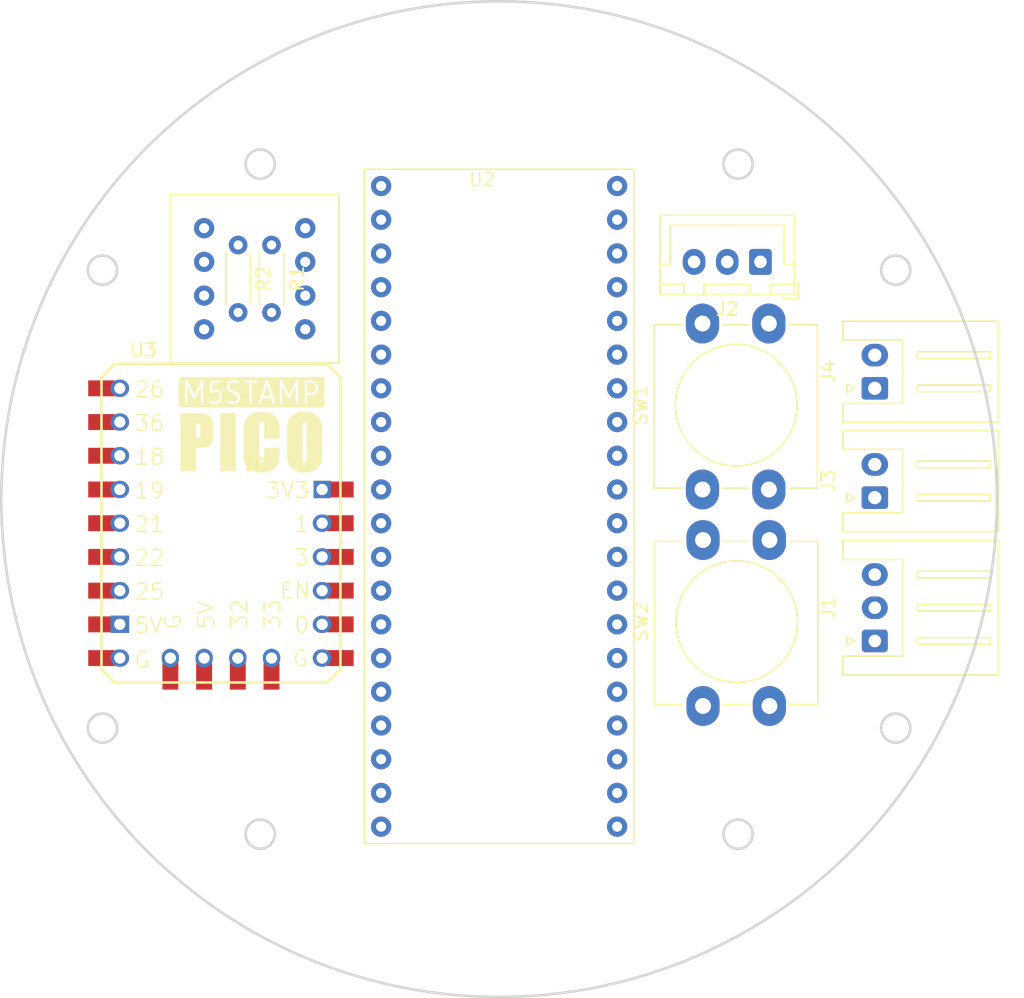
<source format=kicad_pcb>
(kicad_pcb (version 20221018) (generator pcbnew)
  (layers (0 "F.Cu" signal) (31 "B.Cu" signal) (34 "B.Paste" user) (35 "F.Paste" user) (36 "B.SilkS" user "B.Silkscreen") (37 "F.SilkS" user "F.Silkscreen") (38 "B.Mask" user) (39 "F.Mask" user) (44 "Edge.Cuts" user))
  (net 0 "")
  (net 1 "+5V")
  (net 2 "GND")
  (net 3 "/md_TX")
  (net 4 "/neopixel")
  (net 5 "/FET1")
  (net 6 "/FET2")
  (net 7 "/SCL")
  (net 8 "+3.3V")
  (net 9 "/SDA")
  (net 10 "Net-(U2-GPIO26{slash}ADC0{slash}SDA11)")
  (net 11 "Net-(U2-GPIO19{slash}SCL9)")
  (net 22 "/stamp_TX")
  (net 23 "/stamp_RX")
  (footprint "Resistor_THT:R_Axial_DIN0204_L3.6mm_D1.6mm_P5.08mm_Horizontal" (layer "F.Cu") (at 139.09 82.55 -90)
    (fp_text reference "R2" (at 2.54 -1.92 90) (layer "F.SilkS"))
    (fp_text value "R")
    (pad "1" thru_hole circle (at 0 0 270) (size 1.4 1.4) (drill 0.7) (layers "*.Cu" "*.Mask") (net 8 "+3.3V"))
    (pad "2" thru_hole oval (at 5.08 0 270) (size 1.4 1.4) (drill 0.7) (layers "*.Cu" "*.Mask") (net 9 "/SDA"))
  )
  (footprint "Connector_JST:JST_XH_S2B-XH-A_1x02_P2.50mm_Horizontal" (layer "F.Cu") (at 187.05 93.345 90)
    (fp_text reference "J4" (at 1.25 -3.5 90) (layer "F.SilkS"))
    (fp_text value "Conn_01x02_Socket")
    (pad "1" thru_hole roundrect (at 0 0 90) (size 1.7 2) (drill 1) (layers "*.Cu" "*.Mask") (roundrect_rratio 0.147059) (net 1 "+5V"))
    (pad "2" thru_hole oval (at 2.5 0 90) (size 1.7 2) (drill 1) (layers "*.Cu" "*.Mask") (net 2 "GND"))
  )
  (footprint "Pico_W:Pico_W" (layer "F.Cu") (at 157.48 78.105)
    (fp_text reference "U2" (at 0 -0.5 unlocked) (layer "F.SilkS") (effects (font (thickness 0.1))))
    (fp_text value "~")
    (pad "1" thru_hole circle (at -7.62 0) (size 1.524 1.524) (drill 0.762) (layers "*.Cu" "*.Mask") (net 4 "/neopixel"))
    (pad "2" thru_hole circle (at -7.62 2.54) (size 1.524 1.524) (drill 0.762) (layers "*.Cu" "*.Mask"))
    (pad "3" thru_hole circle (at -7.62 5.08) (size 1.524 1.524) (drill 0.762) (layers "*.Cu" "*.Mask"))
    (pad "4" thru_hole circle (at -7.62 7.62) (size 1.524 1.524) (drill 0.762) (layers "*.Cu" "*.Mask") (net 9 "/SDA"))
    (pad "5" thru_hole circle (at -7.62 10.16) (size 1.524 1.524) (drill 0.762) (layers "*.Cu" "*.Mask") (net 7 "/SCL"))
    (pad "6" thru_hole circle (at -7.62 12.7) (size 1.524 1.524) (drill 0.762) (layers "*.Cu" "*.Mask") (net 5 "/FET1"))
    (pad "7" thru_hole circle (at -7.62 15.24) (size 1.524 1.524) (drill 0.762) (layers "*.Cu" "*.Mask") (net 6 "/FET2"))
    (pad "8" thru_hole circle (at -7.62 17.78) (size 1.524 1.524) (drill 0.762) (layers "*.Cu" "*.Mask"))
    (pad "9" thru_hole circle (at -7.62 20.32) (size 1.524 1.524) (drill 0.762) (layers "*.Cu" "*.Mask"))
    (pad "10" thru_hole circle (at -7.62 22.86) (size 1.524 1.524) (drill 0.762) (layers "*.Cu" "*.Mask"))
    (pad "11" thru_hole circle (at -7.62 25.4) (size 1.524 1.524) (drill 0.762) (layers "*.Cu" "*.Mask"))
    (pad "12" thru_hole circle (at -7.62 27.94) (size 1.524 1.524) (drill 0.762) (layers "*.Cu" "*.Mask"))
    (pad "13" thru_hole circle (at -7.62 30.48) (size 1.524 1.524) (drill 0.762) (layers "*.Cu" "*.Mask"))
    (pad "14" thru_hole circle (at -7.62 33.02) (size 1.524 1.524) (drill 0.762) (layers "*.Cu" "*.Mask"))
    (pad "15" thru_hole circle (at -7.62 35.56) (size 1.524 1.524) (drill 0.762) (layers "*.Cu" "*.Mask"))
    (pad "16" thru_hole circle (at -7.62 38.1) (size 1.524 1.524) (drill 0.762) (layers "*.Cu" "*.Mask") (net 22 "/stamp_TX"))
    (pad "17" thru_hole circle (at -7.62 40.64) (size 1.524 1.524) (drill 0.762) (layers "*.Cu" "*.Mask") (net 23 "/stamp_RX"))
    (pad "18" thru_hole circle (at -7.62 43.18) (size 1.524 1.524) (drill 0.762) (layers "*.Cu" "*.Mask"))
    (pad "19" thru_hole circle (at -7.62 45.72) (size 1.524 1.524) (drill 0.762) (layers "*.Cu" "*.Mask"))
    (pad "20" thru_hole circle (at -7.62 48.26) (size 1.524 1.524) (drill 0.762) (layers "*.Cu" "*.Mask"))
    (pad "21" thru_hole circle (at 10.16 48.26) (size 1.524 1.524) (drill 0.762) (layers "*.Cu" "*.Mask") (net 3 "/md_TX"))
    (pad "22" thru_hole circle (at 10.16 45.72) (size 1.524 1.524) (drill 0.762) (layers "*.Cu" "*.Mask"))
    (pad "23" thru_hole circle (at 10.16 43.18) (size 1.524 1.524) (drill 0.762) (layers "*.Cu" "*.Mask"))
    (pad "24" thru_hole circle (at 10.16 40.64) (size 1.524 1.524) (drill 0.762) (layers "*.Cu" "*.Mask"))
    (pad "25" thru_hole circle (at 10.16 38.1) (size 1.524 1.524) (drill 0.762) (layers "*.Cu" "*.Mask") (net 11 "Net-(U2-GPIO19{slash}SCL9)"))
    (pad "26" thru_hole circle (at 10.16 35.56) (size 1.524 1.524) (drill 0.762) (layers "*.Cu" "*.Mask"))
    (pad "27" thru_hole circle (at 10.16 33.02) (size 1.524 1.524) (drill 0.762) (layers "*.Cu" "*.Mask"))
    (pad "28" thru_hole circle (at 10.16 30.48) (size 1.524 1.524) (drill 0.762) (layers "*.Cu" "*.Mask"))
    (pad "29" thru_hole circle (at 10.16 27.94) (size 1.524 1.524) (drill 0.762) (layers "*.Cu" "*.Mask"))
    (pad "30" thru_hole circle (at 10.16 25.4) (size 1.524 1.524) (drill 0.762) (layers "*.Cu" "*.Mask"))
    (pad "31" thru_hole circle (at 10.16 22.86) (size 1.524 1.524) (drill 0.762) (layers "*.Cu" "*.Mask") (net 10 "Net-(U2-GPIO26{slash}ADC0{slash}SDA11)"))
    (pad "32" thru_hole circle (at 10.16 20.32) (size 1.524 1.524) (drill 0.762) (layers "*.Cu" "*.Mask"))
    (pad "33" thru_hole circle (at 10.16 17.78) (size 1.524 1.524) (drill 0.762) (layers "*.Cu" "*.Mask"))
    (pad "34" thru_hole circle (at 10.16 15.24) (size 1.524 1.524) (drill 0.762) (layers "*.Cu" "*.Mask"))
    (pad "35" thru_hole circle (at 10.16 12.7) (size 1.524 1.524) (drill 0.762) (layers "*.Cu" "*.Mask"))
    (pad "36" thru_hole circle (at 10.16 10.16) (size 1.524 1.524) (drill 0.762) (layers "*.Cu" "*.Mask") (net 8 "+3.3V"))
    (pad "37" thru_hole circle (at 10.16 7.62) (size 1.524 1.524) (drill 0.762) (layers "*.Cu" "*.Mask"))
    (pad "38" thru_hole circle (at 10.16 5.08) (size 1.524 1.524) (drill 0.762) (layers "*.Cu" "*.Mask") (net 2 "GND"))
    (pad "39" thru_hole circle (at 10.16 2.54) (size 1.524 1.524) (drill 0.762) (layers "*.Cu" "*.Mask"))
    (pad "40" thru_hole circle (at 10.16 0) (size 1.524 1.524) (drill 0.762) (layers "*.Cu" "*.Mask") (net 1 "+5V"))
  )
  (footprint "Resistor_THT:R_Axial_DIN0204_L3.6mm_D1.6mm_P5.08mm_Horizontal" (layer "F.Cu") (at 141.605 82.55 -90)
    (fp_text reference "R1" (at 2.54 -1.92 90) (layer "F.SilkS"))
    (fp_text value "R")
    (pad "1" thru_hole circle (at 0 0 270) (size 1.4 1.4) (drill 0.7) (layers "*.Cu" "*.Mask") (net 7 "/SCL"))
    (pad "2" thru_hole oval (at 5.08 0 270) (size 1.4 1.4) (drill 0.7) (layers "*.Cu" "*.Mask") (net 8 "+3.3V"))
  )
  (footprint "Button_Switch_THT:SW_PUSH-12mm_Wuerth-430476085716" (layer "F.Cu") (at 174.11 117.275 90)
    (fp_text reference "SW2" (at 6.35 -4.66 90) (layer "F.SilkS"))
    (fp_text value "start")
    (pad "1" thru_hole oval (at 0 0 90) (size 3 2.5) (drill 1.2) (layers "*.Cu" "*.Mask") (net 11 "Net-(U2-GPIO19{slash}SCL9)"))
    (pad "1" thru_hole oval (at 12.5 0 90) (size 3 2.5) (drill 1.2) (layers "*.Cu" "*.Mask") (net 11 "Net-(U2-GPIO19{slash}SCL9)"))
    (pad "2" thru_hole oval (at 0 5 90) (size 3 2.5) (drill 1.2) (layers "*.Cu" "*.Mask") (net 8 "+3.3V"))
    (pad "2" thru_hole oval (at 12.5 5 90) (size 3 2.5) (drill 1.2) (layers "*.Cu" "*.Mask") (net 8 "+3.3V"))
  )
  (footprint "Connector_JST:JST_XH_S3B-XH-A_1x03_P2.50mm_Horizontal" (layer "F.Cu") (at 187.05 112.375 90)
    (fp_text reference "J1" (at 2.5 -3.5 90) (layer "F.SilkS"))
    (fp_text value "Conn_01x03_Socket")
    (pad "1" thru_hole roundrect (at 0 0 90) (size 1.7 1.95) (drill 0.95) (layers "*.Cu" "*.Mask") (roundrect_rratio 0.147059) (net 1 "+5V"))
    (pad "2" thru_hole oval (at 2.5 0 90) (size 1.7 1.95) (drill 0.95) (layers "*.Cu" "*.Mask") (net 2 "GND"))
    (pad "3" thru_hole oval (at 5 0 90) (size 1.7 1.95) (drill 0.95) (layers "*.Cu" "*.Mask") (net 3 "/md_TX"))
  )
  (footprint "Button_Switch_THT:SW_PUSH-12mm_Wuerth-430476085716" (layer "F.Cu") (at 174.07 100.965 90)
    (fp_text reference "SW1" (at 6.35 -4.66 90) (layer "F.SilkS"))
    (fp_text value "reset")
    (pad "1" thru_hole oval (at 0 0 90) (size 3 2.5) (drill 1.2) (layers "*.Cu" "*.Mask") (net 10 "Net-(U2-GPIO26{slash}ADC0{slash}SDA11)"))
    (pad "1" thru_hole oval (at 12.5 0 90) (size 3 2.5) (drill 1.2) (layers "*.Cu" "*.Mask") (net 10 "Net-(U2-GPIO26{slash}ADC0{slash}SDA11)"))
    (pad "2" thru_hole oval (at 0 5 90) (size 3 2.5) (drill 1.2) (layers "*.Cu" "*.Mask") (net 8 "+3.3V"))
    (pad "2" thru_hole oval (at 12.5 5 90) (size 3 2.5) (drill 1.2) (layers "*.Cu" "*.Mask") (net 8 "+3.3V"))
  )
  (footprint "Connector_JST:JST_XH_S2B-XH-A_1x02_P2.50mm_Horizontal" (layer "F.Cu") (at 187.05 101.58 90)
    (fp_text reference "J3" (at 1.25 -3.5 90) (layer "F.SilkS"))
    (fp_text value "Conn_01x02_Socket")
    (pad "1" thru_hole roundrect (at 0 0 90) (size 1.7 2) (drill 1) (layers "*.Cu" "*.Mask") (roundrect_rratio 0.147059) (net 5 "/FET1"))
    (pad "2" thru_hole oval (at 2.5 0 90) (size 1.7 2) (drill 1) (layers "*.Cu" "*.Mask") (net 6 "/FET2"))
  )
  (footprint "_Others:StampPico_template" (layer "F.Cu") (at 137.79482 107.50474)
    (fp_text reference "U3" (at -5.842 -17.018) (layer "F.SilkS"))
    (fp_text value "Stamp_Pico" hide)
    (fp_text user "G" (at -6.59982 6.30726) (layer "F.SilkS") (effects (font (size 1.2 1.2) (thickness 0.1)) (justify left)))
    (fp_text user "1" (at 5.461 -3.922) (layer "F.SilkS") (effects (font (size 1.2 1.2) (thickness 0.1)) (justify left)))
    (fp_text user "21" (at -6.59982 -3.91274) (layer "F.SilkS") (effects (font (size 1.2 1.2) (thickness 0.1)) (justify left)))
    (fp_text user "5V" (at -6.59982 3.70726) (layer "F.SilkS") (effects (font (size 1.2 1.2) (thickness 0.1)) (justify left)))
    (fp_text user "EN" (at 4.34618 1.08026) (layer "F.SilkS") (effects (font (size 1.2 1.2) (thickness 0.1)) (justify left)))
    (fp_text user "G" (at 5.334 6.20726) (layer "F.SilkS") (effects (font (size 1.2 1.2) (thickness 0.1)) (justify left)))
    (fp_text user "32" (at 1.39218 4.079 90) (layer "F.SilkS") (effects (font (size 1.2 1.2) (thickness 0.1)) (justify left)))
    (fp_text user "18" (at -6.59982 -8.99274) (layer "F.SilkS") (effects (font (size 1.2 1.2) (thickness 0.1)) (justify left)))
    (fp_text user "22" (at -6.59982 -1.37274) (layer "F.SilkS") (effects (font (size 1.2 1.2) (thickness 0.1)) (justify left)))
    (fp_text user "5V" (at -1.10782 4.079 90) (layer "F.SilkS") (effects (font (size 1.2 1.2) (thickness 0.1)) (justify left)))
    (fp_text user "25" (at -6.59982 1.16726) (layer "F.SilkS") (effects (font (size 1.2 1.2) (thickness 0.1)) (justify left)))
    (fp_text user "26" (at -6.59982 -14.07274) (layer "F.SilkS") (effects (font (size 1.2 1.2) (thickness 0.1)) (justify left)))
    (fp_text user "3V3" (at 3.302 -6.462) (layer "F.SilkS") (effects (font (size 1.2 1.2) (thickness 0.1)) (justify left)))
    (fp_text user "33" (at 3.89218 4.079 90) (layer "F.SilkS") (effects (font (size 1.2 1.2) (thickness 0.1)) (justify left)))
    (fp_text user "G" (at -3.60782 4.079 90) (layer "F.SilkS") (effects (font (size 1.2 1.2) (thickness 0.1)) (justify left)))
    (fp_text user "19" (at -6.59982 -6.45274) (layer "F.SilkS") (effects (font (size 1.2 1.2) (thickness 0.1)) (justify left)))
    (fp_text user "36" (at -6.59982 -11.53274) (layer "F.SilkS") (effects (font (size 1.2 1.2) (thickness 0.1)) (justify left)))
    (fp_text user "0" (at 5.44618 3.68026) (layer "F.SilkS") (effects (font (size 1.2 1.2) (thickness 0.1)) (justify left)))
    (fp_text user "3" (at 5.44618 -1.41974) (layer "F.SilkS") (effects (font (size 1.2 1.2) (thickness 0.1)) (justify left)))
    (pad "1" smd rect (at -8.99982 -14.15974) (size 2 1.2) (layers "F.Cu" "F.Paste" "F.Mask"))
    (pad "1" thru_hole oval (at -7.61982 -14.15974) (size 1.4 1.3) (drill 0.85) (layers "*.Cu" "*.Mask"))
    (pad "2" smd rect (at -8.99982 -11.61974) (size 2 1.2) (layers "F.Cu" "F.Paste" "F.Mask"))
    (pad "2" thru_hole oval (at -7.61982 -11.61974) (size 1.4 1.3) (drill 0.85) (layers "*.Cu" "*.Mask"))
    (pad "3" smd rect (at -8.99982 -9.07974) (size 2 1.2) (layers "F.Cu" "F.Paste" "F.Mask"))
    (pad "3" thru_hole oval (at -7.61982 -9.07974) (size 1.4 1.3) (drill 0.85) (layers "*.Cu" "*.Mask"))
    (pad "4" smd rect (at -8.99982 -6.53974) (size 2 1.2) (layers "F.Cu" "F.Paste" "F.Mask"))
    (pad "4" thru_hole oval (at -7.61982 -6.53974) (size 1.4 1.3) (drill 0.85) (layers "*.Cu" "*.Mask"))
    (pad "5" smd rect (at -8.99982 -3.99974) (size 2 1.2) (layers "F.Cu" "F.Paste" "F.Mask"))
    (pad "5" thru_hole oval (at -7.61982 -3.99974) (size 1.4 1.3) (drill 0.85) (layers "*.Cu" "*.Mask"))
    (pad "6" smd rect (at -8.99982 -1.45974) (size 2 1.2) (layers "F.Cu" "F.Paste" "F.Mask"))
    (pad "6" thru_hole oval (at -7.61982 -1.45974) (size 1.4 1.3) (drill 0.85) (layers "*.Cu" "*.Mask"))
    (pad "7" smd rect (at -8.99982 1.08026) (size 2 1.2) (layers "F.Cu" "F.Paste" "F.Mask"))
    (pad "7" thru_hole oval (at -7.61982 1.08026) (size 1.4 1.3) (drill 0.85) (layers "*.Cu" "*.Mask"))
    (pad "8" smd rect (at -8.99982 3.62026) (size 2 1.2) (layers "F.Cu" "F.Paste" "F.Mask") (net 1 "+5V"))
    (pad "8" thru_hole rect (at -7.61982 3.62026) (size 1.4 1.3) (drill 0.85) (layers "*.Cu" "*.Mask") (net 1 "+5V"))
    (pad "9" smd rect (at -8.99982 6.16026) (size 2 1.2) (layers "F.Cu" "F.Paste" "F.Mask") (net 2 "GND"))
    (pad "9" thru_hole oval (at -7.61982 6.16026) (size 1.4 1.3) (drill 0.85) (layers "*.Cu" "*.Mask") (net 2 "GND"))
    (pad "10" thru_hole oval (at -3.81076 6.16026 90) (size 1.4 1.3) (drill 0.85) (layers "*.Cu" "*.Mask"))
    (pad "10" smd rect (at -3.80982 7.54026 90) (size 2 1.2) (layers "F.Cu" "F.Paste" "F.Mask"))
    (pad "11" smd rect (at -1.26982 7.54026 90) (size 2 1.2) (layers "F.Cu" "F.Paste" "F.Mask"))
    (pad "11" thru_hole oval (at -1.26822 6.16026 90) (size 1.4 1.3) (drill 0.85) (layers "*.Cu" "*.Mask"))
    (pad "12" smd rect (at 1.27018 7.54026 90) (size 2 1.2) (layers "F.Cu" "F.Paste" "F.Mask"))
    (pad "12" thru_hole oval (at 1.27178 6.16026 90) (size 1.4 1.3) (drill 0.85) (layers "*.Cu" "*.Mask"))
    (pad "13" smd rect (at 3.81018 7.54026 90) (size 2 1.2) (layers "F.Cu" "F.Paste" "F.Mask"))
    (pad "13" thru_hole oval (at 3.81178 6.16026 90) (size 1.4 1.3) (drill 0.85) (layers "*.Cu" "*.Mask"))
    (pad "14" thru_hole oval (at 7.62018 6.16026 180) (size 1.4 1.3) (drill 0.85) (layers "*.Cu" "*.Mask"))
    (pad "14" smd rect (at 9.00018 6.16026 180) (size 2 1.2) (layers "F.Cu" "F.Paste" "F.Mask"))
    (pad "15" thru_hole oval (at 7.62018 3.62026 180) (size 1.4 1.3) (drill 0.85) (layers "*.Cu" "*.Mask"))
    (pad "15" smd rect (at 9.00018 3.62026 180) (size 2 1.2) (layers "F.Cu" "F.Paste" "F.Mask"))
    (pad "16" thru_hole oval (at 7.62018 1.08026 180) (size 1.4 1.3) (drill 0.85) (layers "*.Cu" "*.Mask"))
    (pad "16" smd rect (at 9.00018 1.08026 180) (size 2 1.2) (layers "F.Cu" "F.Paste" "F.Mask"))
    (pad "17" thru_hole oval (at 7.62018 -1.45974 180) (size 1.4 1.3) (drill 0.85) (layers "*.Cu" "*.Mask") (net 22 "/stamp_TX"))
    (pad "17" smd rect (at 9.00018 -1.45974 180) (size 2 1.2) (layers "F.Cu" "F.Paste" "F.Mask") (net 22 "/stamp_TX"))
    (pad "18" thru_hole oval (at 7.62018 -3.99974 180) (size 1.4 1.3) (drill 0.85) (layers "*.Cu" "*.Mask") (net 23 "/stamp_RX"))
    (pad "18" smd rect (at 9.00018 -3.99974 180) (size 2 1.2) (layers "F.Cu" "F.Paste" "F.Mask") (net 23 "/stamp_RX"))
    (pad "19" thru_hole rect (at 7.62018 -6.53974 180) (size 1.3 1.3) (drill 0.85) (layers "*.Cu" "*.Mask") (net 8 "+3.3V"))
    (pad "19" smd rect (at 9.00018 -6.53974 180) (size 2 1.2) (layers "F.Cu" "F.Paste" "F.Mask") (net 8 "+3.3V"))
  )
  (footprint "Connector_JST:JST_XH_B3B-XH-A_1x03_P2.50mm_Vertical" (layer "F.Cu") (at 178.435 83.82 180)
    (fp_text reference "J2" (at 2.5 -3.55) (layer "F.SilkS"))
    (fp_text value "Conn_01x03_Socket")
    (pad "1" thru_hole roundrect (at 0 0 180) (size 1.7 1.95) (drill 0.95) (layers "*.Cu" "*.Mask") (roundrect_rratio 0.147059) (net 1 "+5V"))
    (pad "2" thru_hole oval (at 2.5 0 180) (size 1.7 1.95) (drill 0.95) (layers "*.Cu" "*.Mask") (net 2 "GND"))
    (pad "3" thru_hole oval (at 5 0 180) (size 1.7 1.95) (drill 0.95) (layers "*.Cu" "*.Mask") (net 4 "/neopixel"))
  )
  (footprint "L3GD20H_Module:L3GD20H_Module_KiCad6.0" (layer "F.Cu") (at 140.335 83.82 180)
    (fp_text reference "U1" (at 0 -15.24 180 unlocked) (layer "F.SilkS"))
    (fp_text value "~")
    (pad "1" thru_hole circle (at -3.81 -5.08 180) (size 1.524 1.524) (drill 0.762) (layers "*.Cu" "*.Mask") (net 8 "+3.3V"))
    (pad "2" thru_hole circle (at -3.81 -2.54 180) (size 1.524 1.524) (drill 0.762) (layers "*.Cu" "*.Mask") (net 7 "/SCL"))
    (pad "3" thru_hole circle (at -3.81 0 180) (size 1.524 1.524) (drill 0.762) (layers "*.Cu" "*.Mask") (net 9 "/SDA"))
    (pad "4" thru_hole circle (at -3.81 2.54 180) (size 1.524 1.524) (drill 0.762) (layers "*.Cu" "*.Mask") (net 2 "GND"))
    (pad "5" thru_hole circle (at 3.81 -5.08 180) (size 1.524 1.524) (drill 0.762) (layers "*.Cu" "*.Mask") (net 2 "GND"))
    (pad "6" thru_hole circle (at 3.81 -2.54 180) (size 1.524 1.524) (drill 0.762) (layers "*.Cu" "*.Mask") (net 2 "GND"))
    (pad "7" thru_hole circle (at 3.81 0 180) (size 1.524 1.524) (drill 0.762) (layers "*.Cu" "*.Mask") (net 2 "GND"))
    (pad "8" thru_hole circle (at 3.81 2.54 180) (size 1.524 1.524) (drill 0.762) (layers "*.Cu" "*.Mask") (net 8 "+3.3V"))
  )
  (gr_circle (center 188.627876 84.442) (end 189.727876 84.442) (stroke (width 0.2)) (fill none) (layer "Edge.Cuts"))
  (gr_circle (center 158.75 101.692) (end 196.25 101.692) (stroke (width 0.2)) (fill none) (layer "Edge.Cuts"))
  (gr_circle (center 176.75 126.930859) (end 177.85 126.930859) (stroke (width 0.2)) (fill none) (layer "Edge.Cuts"))
  (gr_circle (center 140.75 76.453141) (end 141.85 76.453141) (stroke (width 0.2)) (fill none) (layer "Edge.Cuts"))
  (gr_circle (center 176.75 76.453141) (end 177.85 76.453141) (stroke (width 0.2)) (fill none) (layer "Edge.Cuts"))
  (gr_circle (center 128.872124 118.942) (end 129.972124 118.942) (stroke (width 0.2)) (fill none) (layer "Edge.Cuts"))
  (gr_circle (center 140.75 126.930859) (end 141.85 126.930859) (stroke (width 0.2)) (fill none) (layer "Edge.Cuts"))
  (gr_circle (center 188.627876 118.942) (end 189.727876 118.942) (stroke (width 0.2)) (fill none) (layer "Edge.Cuts"))
  (gr_circle (center 128.872124 84.442) (end 129.972124 84.442) (stroke (width 0.2)) (fill none) (layer "Edge.Cuts"))
)
</source>
